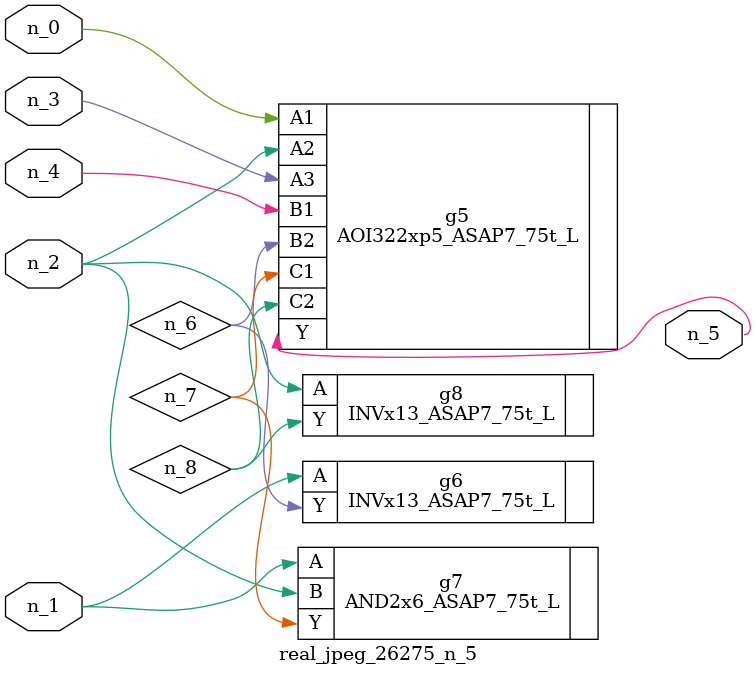
<source format=v>
module real_jpeg_26275_n_5 (n_4, n_0, n_1, n_2, n_3, n_5);

input n_4;
input n_0;
input n_1;
input n_2;
input n_3;

output n_5;

wire n_8;
wire n_6;
wire n_7;

AOI322xp5_ASAP7_75t_L g5 ( 
.A1(n_0),
.A2(n_2),
.A3(n_3),
.B1(n_4),
.B2(n_6),
.C1(n_7),
.C2(n_8),
.Y(n_5)
);

INVx13_ASAP7_75t_L g6 ( 
.A(n_1),
.Y(n_6)
);

AND2x6_ASAP7_75t_L g7 ( 
.A(n_1),
.B(n_2),
.Y(n_7)
);

INVx13_ASAP7_75t_L g8 ( 
.A(n_2),
.Y(n_8)
);


endmodule
</source>
